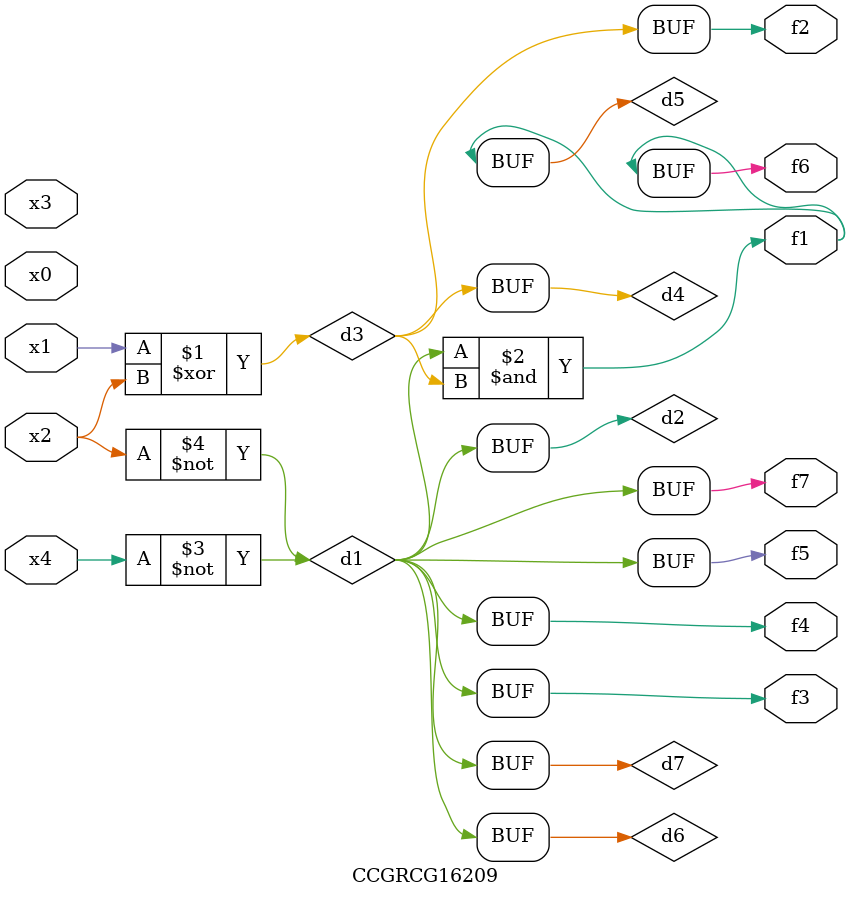
<source format=v>
module CCGRCG16209(
	input x0, x1, x2, x3, x4,
	output f1, f2, f3, f4, f5, f6, f7
);

	wire d1, d2, d3, d4, d5, d6, d7;

	not (d1, x4);
	not (d2, x2);
	xor (d3, x1, x2);
	buf (d4, d3);
	and (d5, d1, d3);
	buf (d6, d1, d2);
	buf (d7, d2);
	assign f1 = d5;
	assign f2 = d4;
	assign f3 = d7;
	assign f4 = d7;
	assign f5 = d7;
	assign f6 = d5;
	assign f7 = d7;
endmodule

</source>
